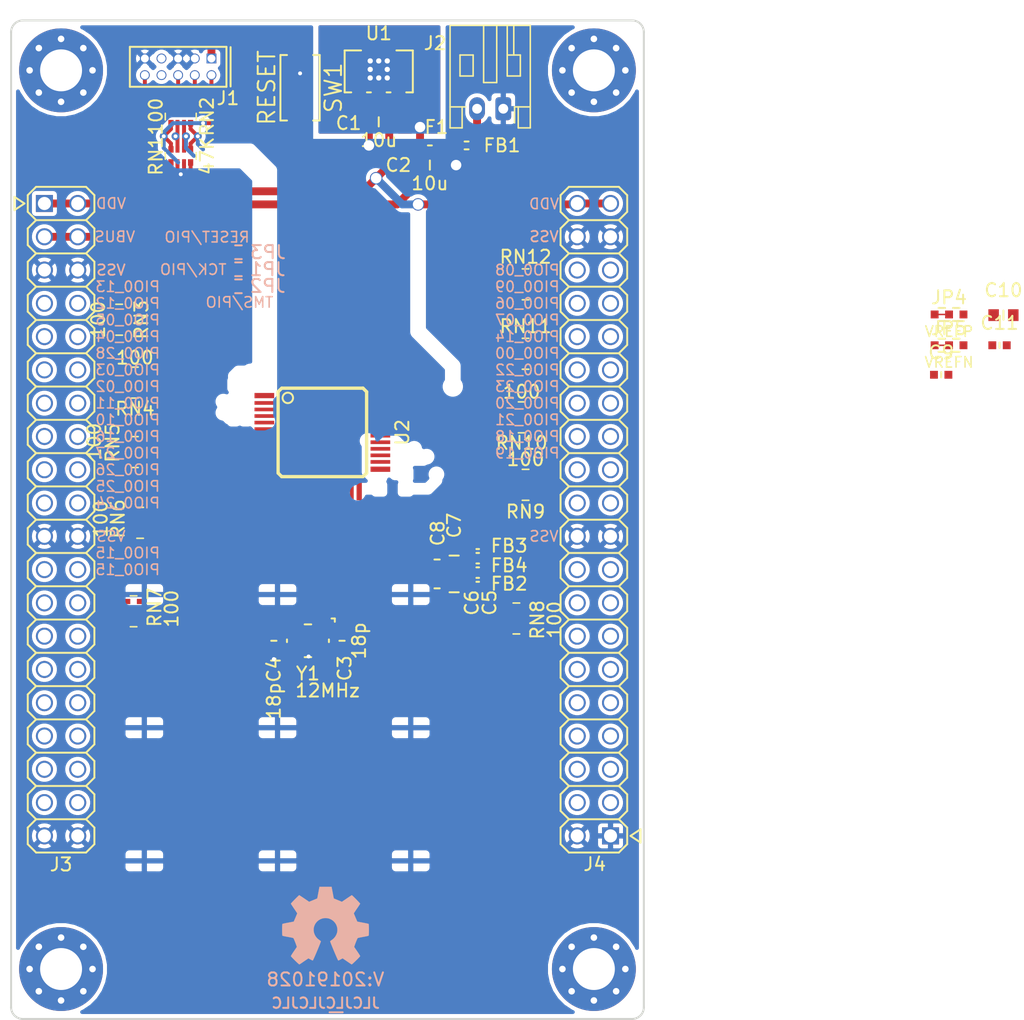
<source format=kicad_pcb>
(kicad_pcb (version 20171130) (host pcbnew 5.1.5-52549c5~84~ubuntu18.04.1)
  (layers (0 F.Cu signal) (31 B.Cu signal) (34 B.Paste user) (35 F.Paste user) (36 B.SilkS user) (37 F.SilkS user) (38 B.Mask user) (39 F.Mask user) (44 Edge.Cuts user))
  (net 0 "")
  (net 1 /VBUS)
  (net 2 "Net-(F1-Pad2)")
  (net 3 "Net-(FB1-Pad2)")
  (net 4 /VDD)
  (net 5 VSS)
  (net 6 /XTAL_IN)
  (net 7 /XTAL_OUT)
  (net 8 "Net-(J1-Pad10)")
  (net 9 "Net-(J1-Pad6)")
  (net 10 "Net-(J1-Pad4)")
  (net 11 "Net-(J1-Pad2)")
  (net 12 /PIO0_11_OUT)
  (net 13 /PIO0_2_OUT)
  (net 14 /PIO0_3_OUT)
  (net 15 /PIO0_4_OUT)
  (net 16 /PIO0_5_OUT)
  (net 17 /PIO0_8_MCU)
  (net 18 /PIO0_9_MCU)
  (net 19 /SWO_TDO)
  (net 20 /PIO0_10_MCU)
  (net 21 /PIO0_10_OUT)
  (net 22 /PIO0_0_OUT)
  (net 23 /PIO0_6_OUT)
  (net 24 /PIO0_7_OUT)
  (net 25 /PIO0_8_OUT)
  (net 26 /PIO0_9_OUT)
  (net 27 /PIO0_1_OUT)
  (net 28 /PIO0_0_MCU)
  (net 29 /VDD_MCU)
  (net 30 /VSSA_MCU)
  (net 31 /VDDA_MCU)
  (net 32 /VREFN_MCU)
  (net 33 /VREFP_MCU)
  (net 34 /PIO1_3_MCU)
  (net 35 /PIO0_10)
  (net 36 /PIO1_3)
  (net 37 /PIO0_0)
  (net 38 /PIO0_4_MCU)
  (net 39 /PIO0_11_MCU)
  (net 40 /PIO0_1_MCU)
  (net 41 /PIO0_6_MCU)
  (net 42 /PIO0_7_MCU)
  (net 43 /PIO3_5_OUT)
  (net 44 /PIO2_9_OUT)
  (net 45 /PIO2_5_OUT)
  (net 46 /PIO2_4_OUT)
  (net 47 /PIO3_4_OUT)
  (net 48 /PIO1_9_OUT)
  (net 49 /PIO2_1_OUT)
  (net 50 /PIO2_8_OUT)
  (net 51 /PIO2_7_OUT)
  (net 52 /PIO1_8_OUT)
  (net 53 /PIO2_0_OUT)
  (net 54 /PIO2_6_OUT)
  (net 55 /PIO2_2_OUT)
  (net 56 /PIO3_3_OUT)
  (net 57 /GPIO_60)
  (net 58 /GPIO_59)
  (net 59 /GPIO_58)
  (net 60 /PIO1_7_OUT)
  (net 61 /PIO1_6_OUT)
  (net 62 /PIO1_5_OUT)
  (net 63 /PIO1_11_OUT)
  (net 64 /PIO1_4_OUT)
  (net 65 /PIO1_3_OUT)
  (net 66 /PIO2_3_OUT)
  (net 67 /PIO3_0_OUT)
  (net 68 /PIO1_2_OUT)
  (net 69 /PIO1_1_OUT)
  (net 70 /PIO1_10_OUT)
  (net 71 /PIO2_6_MCU)
  (net 72 /PIO2_0_MCU)
  (net 73 /PIO1_8_MCU)
  (net 74 /PIO2_7_MCU)
  (net 75 /PIO0_2_MCU)
  (net 76 /PIO2_8_MCU)
  (net 77 /PIO2_1_MCU)
  (net 78 /PIO0_3_MCU)
  (net 79 /PIO0_5_MCU)
  (net 80 /PIO1_9_MCU)
  (net 81 /PIO2_4_MCU)
  (net 82 /PIO3_4_MCU)
  (net 83 /PIO2_5_MCU)
  (net 84 /PIO2_9_MCU)
  (net 85 /PIO3_5_MCU)
  (net 86 /PIO2_2_MCU)
  (net 87 /PIO1_2_MCU)
  (net 88 /PIO1_1_MCU)
  (net 89 /PIO1_10_MCU)
  (net 90 /PIO3_0_MCU)
  (net 91 /PIO2_3_MCU)
  (net 92 /PIO1_4_MCU)
  (net 93 /PIO1_7_MCU)
  (net 94 /PIO1_5_MCU)
  (net 95 /PIO1_6_MCU)
  (net 96 /PIO1_11_MCU)
  (net 97 /PIO3_3_MCU)
  (module Resistor_SMD:R_Array_Convex_4x0402 (layer F.Cu) (at 100.2 81.1)
    (fp_text reference RN12 (at 0 -2.1) (layer F.SilkS))
    (fp_text value 100)
    (pad 5 smd rect (at 0.5 0.75) (size 0.5 0.4) (layers F.Cu F.Paste F.Mask) (net 59 /GPIO_58))
    (pad 6 smd rect (at 0.5 0.25) (size 0.5 0.3) (layers F.Cu F.Paste F.Mask) (net 58 /GPIO_59))
    (pad 8 smd rect (at 0.5 -0.75) (size 0.5 0.4) (layers F.Cu F.Paste F.Mask) (net 56 /PIO3_3_OUT))
    (pad 7 smd rect (at 0.5 -0.25) (size 0.5 0.3) (layers F.Cu F.Paste F.Mask) (net 57 /GPIO_60))
    (pad 4 smd rect (at -0.5 0.75) (size 0.5 0.4) (layers F.Cu F.Paste F.Mask))
    (pad 2 smd rect (at -0.5 -0.25) (size 0.5 0.3) (layers F.Cu F.Paste F.Mask))
    (pad 3 smd rect (at -0.5 0.25) (size 0.5 0.3) (layers F.Cu F.Paste F.Mask))
    (pad 1 smd rect (at -0.5 -0.75) (size 0.5 0.4) (layers F.Cu F.Paste F.Mask) (net 97 /PIO3_3_MCU))
  )
  (module Resistor_SMD:R_Array_Convex_4x0402 (layer F.Cu) (at 100.2 86.4)
    (fp_text reference RN11 (at 0 -2.1) (layer F.SilkS))
    (fp_text value 100)
    (pad 5 smd rect (at 0.5 0.75) (size 0.5 0.4) (layers F.Cu F.Paste F.Mask) (net 60 /PIO1_7_OUT))
    (pad 6 smd rect (at 0.5 0.25) (size 0.5 0.3) (layers F.Cu F.Paste F.Mask) (net 61 /PIO1_6_OUT))
    (pad 8 smd rect (at 0.5 -0.75) (size 0.5 0.4) (layers F.Cu F.Paste F.Mask) (net 63 /PIO1_11_OUT))
    (pad 7 smd rect (at 0.5 -0.25) (size 0.5 0.3) (layers F.Cu F.Paste F.Mask) (net 62 /PIO1_5_OUT))
    (pad 4 smd rect (at -0.5 0.75) (size 0.5 0.4) (layers F.Cu F.Paste F.Mask) (net 93 /PIO1_7_MCU))
    (pad 2 smd rect (at -0.5 -0.25) (size 0.5 0.3) (layers F.Cu F.Paste F.Mask) (net 94 /PIO1_5_MCU))
    (pad 3 smd rect (at -0.5 0.25) (size 0.5 0.3) (layers F.Cu F.Paste F.Mask) (net 95 /PIO1_6_MCU))
    (pad 1 smd rect (at -0.5 -0.75) (size 0.5 0.4) (layers F.Cu F.Paste F.Mask) (net 96 /PIO1_11_MCU))
  )
  (module SquantorIC:SOT313-2-NXP (layer F.Cu) (at 84.7 92.4 270)
    (fp_text reference U2 (at 0 -6.1 90) (layer F.SilkS))
    (fp_text value LPC1125JBD48_303)
    (pad 48 smd rect (at -4.425 2.81 270) (size 1.5 0.4) (layers F.Cu F.Paste F.Mask) (net 97 /PIO3_3_MCU))
    (pad 47 smd rect (at -4.425 2.25 270) (size 1.5 0.28) (layers F.Cu F.Paste F.Mask) (net 93 /PIO1_7_MCU))
    (pad 46 smd rect (at -4.425 1.75 270) (size 1.5 0.28) (layers F.Cu F.Paste F.Mask) (net 95 /PIO1_6_MCU))
    (pad 45 smd rect (at -4.425 1.25 270) (size 1.5 0.28) (layers F.Cu F.Paste F.Mask) (net 94 /PIO1_5_MCU))
    (pad 44 smd rect (at -4.425 0.75 270) (size 1.5 0.28) (layers F.Cu F.Paste F.Mask) (net 29 /VDD_MCU))
    (pad 43 smd rect (at -4.425 0.25 270) (size 1.5 0.28) (layers F.Cu F.Paste F.Mask) (net 31 /VDDA_MCU))
    (pad 42 smd rect (at -4.425 -0.25 270) (size 1.5 0.28) (layers F.Cu F.Paste F.Mask) (net 96 /PIO1_11_MCU))
    (pad 41 smd rect (at -4.425 -0.75 270) (size 1.5 0.28) (layers F.Cu F.Paste F.Mask) (net 5 VSS))
    (pad 40 smd rect (at -4.425 -1.25 270) (size 1.5 0.28) (layers F.Cu F.Paste F.Mask) (net 30 /VSSA_MCU))
    (pad 39 smd rect (at -4.425 -1.75 270) (size 1.5 0.28) (layers F.Cu F.Paste F.Mask) (net 92 /PIO1_4_MCU))
    (pad 38 smd rect (at -4.425 -2.25 270) (size 1.5 0.28) (layers F.Cu F.Paste F.Mask) (net 34 /PIO1_3_MCU))
    (pad 37 smd rect (at -4.425 -2.81 270) (size 1.5 0.4) (layers F.Cu F.Paste F.Mask) (net 91 /PIO2_3_MCU))
    (pad 36 smd rect (at -2.81 -4.425 270) (size 0.4 1.5) (layers F.Cu F.Paste F.Mask) (net 90 /PIO3_0_MCU))
    (pad 35 smd rect (at -2.25 -4.425 270) (size 0.28 1.5) (layers F.Cu F.Paste F.Mask) (net 87 /PIO1_2_MCU))
    (pad 34 smd rect (at -1.75 -4.425 270) (size 0.28 1.5) (layers F.Cu F.Paste F.Mask) (net 32 /VREFN_MCU))
    (pad 33 smd rect (at -1.25 -4.425 270) (size 0.28 1.5) (layers F.Cu F.Paste F.Mask) (net 33 /VREFP_MCU))
    (pad 32 smd rect (at -0.75 -4.425 270) (size 0.28 1.5) (layers F.Cu F.Paste F.Mask) (net 88 /PIO1_1_MCU))
    (pad 31 smd rect (at -0.25 -4.425 270) (size 0.28 1.5) (layers F.Cu F.Paste F.Mask))
    (pad 30 smd rect (at 0.25 -4.425 270) (size 0.28 1.5) (layers F.Cu F.Paste F.Mask) (net 39 /PIO0_11_MCU))
    (pad 29 smd rect (at 0.75 -4.425 270) (size 0.28 1.5) (layers F.Cu F.Paste F.Mask) (net 89 /PIO1_10_MCU))
    (pad 28 smd rect (at 1.25 -4.425 270) (size 0.28 1.5) (layers F.Cu F.Paste F.Mask) (net 20 /PIO0_10_MCU))
    (pad 27 smd rect (at 1.75 -4.425 270) (size 0.28 1.5) (layers F.Cu F.Paste F.Mask) (net 18 /PIO0_9_MCU))
    (pad 26 smd rect (at 2.25 -4.425 270) (size 0.28 1.5) (layers F.Cu F.Paste F.Mask) (net 17 /PIO0_8_MCU))
    (pad 25 smd rect (at 2.81 -4.425 270) (size 0.4 1.5) (layers F.Cu F.Paste F.Mask) (net 86 /PIO2_2_MCU))
    (pad 24 smd rect (at 4.425 -2.81 270) (size 1.5 0.4) (layers F.Cu F.Paste F.Mask) (net 84 /PIO2_9_MCU))
    (pad 23 smd rect (at 4.425 -2.25 270) (size 1.5 0.28) (layers F.Cu F.Paste F.Mask) (net 42 /PIO0_7_MCU))
    (pad 22 smd rect (at 4.425 -1.75 270) (size 1.5 0.28) (layers F.Cu F.Paste F.Mask) (net 41 /PIO0_6_MCU))
    (pad 21 smd rect (at 4.425 -1.25 270) (size 1.5 0.28) (layers F.Cu F.Paste F.Mask) (net 85 /PIO3_5_MCU))
    (pad 20 smd rect (at 4.425 -0.75 270) (size 1.5 0.28) (layers F.Cu F.Paste F.Mask) (net 83 /PIO2_5_MCU))
    (pad 19 smd rect (at 4.425 -0.25 270) (size 1.5 0.28) (layers F.Cu F.Paste F.Mask) (net 81 /PIO2_4_MCU))
    (pad 18 smd rect (at 4.425 0.25 270) (size 1.5 0.28) (layers F.Cu F.Paste F.Mask) (net 82 /PIO3_4_MCU))
    (pad 17 smd rect (at 4.425 0.75 270) (size 1.5 0.28) (layers F.Cu F.Paste F.Mask) (net 80 /PIO1_9_MCU))
    (pad 16 smd rect (at 4.425 1.25 270) (size 1.5 0.28) (layers F.Cu F.Paste F.Mask) (net 79 /PIO0_5_MCU))
    (pad 15 smd rect (at 4.425 1.75 270) (size 1.5 0.28) (layers F.Cu F.Paste F.Mask) (net 38 /PIO0_4_MCU))
    (pad 14 smd rect (at 4.425 2.25 270) (size 1.5 0.28) (layers F.Cu F.Paste F.Mask) (net 78 /PIO0_3_MCU))
    (pad 13 smd rect (at 4.425 2.81 270) (size 1.5 0.4) (layers F.Cu F.Paste F.Mask) (net 77 /PIO2_1_MCU))
    (pad 12 smd rect (at 2.81 4.425 270) (size 0.4 1.5) (layers F.Cu F.Paste F.Mask) (net 76 /PIO2_8_MCU))
    (pad 11 smd rect (at 2.25 4.425 270) (size 0.28 1.5) (layers F.Cu F.Paste F.Mask) (net 74 /PIO2_7_MCU))
    (pad 10 smd rect (at 1.75 4.425 270) (size 0.28 1.5) (layers F.Cu F.Paste F.Mask) (net 75 /PIO0_2_MCU))
    (pad 9 smd rect (at 1.25 4.425 270) (size 0.28 1.5) (layers F.Cu F.Paste F.Mask) (net 73 /PIO1_8_MCU))
    (pad 8 smd rect (at 0.75 4.425 270) (size 0.28 1.5) (layers F.Cu F.Paste F.Mask) (net 29 /VDD_MCU))
    (pad 7 smd rect (at 0.25 4.425 270) (size 0.28 1.5) (layers F.Cu F.Paste F.Mask) (net 7 /XTAL_OUT))
    (pad 6 smd rect (at -0.25 4.425 270) (size 0.28 1.5) (layers F.Cu F.Paste F.Mask) (net 6 /XTAL_IN))
    (pad 5 smd rect (at -0.75 4.425 270) (size 0.28 1.5) (layers F.Cu F.Paste F.Mask) (net 5 VSS))
    (pad 4 smd rect (at -1.25 4.425 270) (size 0.28 1.5) (layers F.Cu F.Paste F.Mask) (net 40 /PIO0_1_MCU))
    (pad 3 smd rect (at -1.75 4.425 270) (size 0.28 1.5) (layers F.Cu F.Paste F.Mask) (net 28 /PIO0_0_MCU))
    (pad 2 smd rect (at -2.25 4.425 270) (size 0.28 1.5) (layers F.Cu F.Paste F.Mask) (net 72 /PIO2_0_MCU))
    (pad 1 smd rect (at -2.81 4.425 270) (size 0.4 1.5) (layers F.Cu F.Paste F.Mask) (net 71 /PIO2_6_MCU))
  )
  (module SquantorSpecial:solder_jumper_3way_12conn (layer F.Cu) (at 132.5 85.75)
    (fp_text reference JP5 (at 0 -1.3) (layer F.SilkS))
    (fp_text value VREFN (at 0 1.3) (layer F.SilkS) (effects (font (size 0.8 0.8) (thickness 0.12))))
    (fp_poly (pts (xy -0.8 -0.05) (xy -0.3 -0.05) (xy -0.3 0.05) (xy -0.8 0.05)) (layer F.Cu) (width 0.01))
    (pad 3 smd rect (at 1.1 0) (size 0.6 0.6) (layers F.Cu F.Mask))
    (pad 2 smd rect (at 0 0) (size 0.6 0.6) (layers F.Cu F.Mask) (net 32 /VREFN_MCU))
    (pad 1 smd rect (at -1.1 0) (size 0.6 0.6) (layers F.Cu F.Mask) (net 30 /VSSA_MCU))
  )
  (module SquantorSpecial:solder_jumper_3way_12conn (layer F.Cu) (at 132.5 83.4)
    (fp_text reference JP4 (at 0 -1.3) (layer F.SilkS))
    (fp_text value VREFP (at 0 1.3) (layer F.SilkS) (effects (font (size 0.8 0.8) (thickness 0.12))))
    (fp_poly (pts (xy -0.8 -0.05) (xy -0.3 -0.05) (xy -0.3 0.05) (xy -0.8 0.05)) (layer F.Cu) (width 0.01))
    (pad 3 smd rect (at 1.1 0) (size 0.6 0.6) (layers F.Cu F.Mask))
    (pad 2 smd rect (at 0 0) (size 0.6 0.6) (layers F.Cu F.Mask) (net 33 /VREFP_MCU))
    (pad 1 smd rect (at -1.1 0) (size 0.6 0.6) (layers F.Cu F.Mask) (net 31 /VDDA_MCU))
  )
  (module SquantorRcl:C_0402 (layer F.Cu) (at 136.35 85.75)
    (fp_text reference C11 (at 0 -1.7) (layer F.SilkS))
    (fp_text value 1u)
    (pad 2 smd rect (at 0.55 0) (size 0.6 0.6) (layers F.Cu F.Paste F.Mask) (net 32 /VREFN_MCU))
    (pad 1 smd rect (at -0.55 0) (size 0.6 0.6) (layers F.Cu F.Paste F.Mask) (net 33 /VREFP_MCU))
  )
  (module SquantorRcl:C_0603 (layer F.Cu) (at 136.65 83.45)
    (fp_text reference C10 (at 0 -1.9) (layer F.SilkS))
    (fp_text value 10u)
    (pad 2 smd rect (at 0.75 0) (size 0.8 0.9) (layers F.Cu F.Paste F.Mask) (net 32 /VREFN_MCU))
    (pad 1 smd rect (at -0.75 0) (size 0.8 0.9) (layers F.Cu F.Paste F.Mask) (net 33 /VREFP_MCU))
  )
  (module SquantorRcl:C_0402 (layer F.Cu) (at 131.9 88)
    (fp_text reference C9 (at 0 -1.7) (layer F.SilkS))
    (fp_text value 1u)
    (pad 2 smd rect (at 0.55 0) (size 0.6 0.6) (layers F.Cu F.Paste F.Mask) (net 5 VSS))
    (pad 1 smd rect (at -0.55 0) (size 0.6 0.6) (layers F.Cu F.Paste F.Mask) (net 29 /VDD_MCU))
  )
  (module SquantorConnectorsNamed:nuclone_medium_right (layer F.Cu) (at 105.41 99.06 90)
    (fp_text reference J4 (at -26.29 0.065 180) (layer F.SilkS))
    (fp_text value nuclone_small_right)
    (fp_text user VSS (at 21.6 -3.8 180) (layer B.SilkS) (effects (font (size 0.8 0.8) (thickness 0.12)) (justify mirror)))
    (fp_text user VSS (at -1.27 -3.81 180) (layer B.SilkS) (effects (font (size 0.8 0.8) (thickness 0.12)) (justify mirror)))
    (fp_text user PIO0_00 (at 12.7 -5.08 180) (layer B.SilkS) (effects (font (size 0.8 0.8) (thickness 0.12)) (justify mirror)))
    (fp_text user PIO0_23 (at 10.16 -5.08 180) (layer B.SilkS) (effects (font (size 0.8 0.8) (thickness 0.12)) (justify mirror)))
    (fp_text user PIO0_21 (at 7.62 -5.08 180) (layer B.SilkS) (effects (font (size 0.8 0.8) (thickness 0.12)) (justify mirror)))
    (fp_text user PIO0_09 (at 17.78 -5.08 180) (layer B.SilkS) (effects (font (size 0.8 0.8) (thickness 0.12)) (justify mirror)))
    (fp_text user PIO0_07 (at 15.24 -5.08 180) (layer B.SilkS) (effects (font (size 0.8 0.8) (thickness 0.12)) (justify mirror)))
    (fp_text user PIO0_19 (at 5.08 -5.08 180) (layer B.SilkS) (effects (font (size 0.8 0.8) (thickness 0.12)) (justify mirror)))
    (fp_text user VDD (at 24.1 -3.8 180) (layer B.SilkS) (effects (font (size 0.8 0.8) (thickness 0.12)) (justify mirror)))
    (fp_text user PIO0_08 (at 19.05 -5.08 180) (layer B.SilkS) (effects (font (size 0.8 0.8) (thickness 0.12)) (justify mirror)))
    (fp_text user PIO0_06 (at 16.51 -5.08 180) (layer B.SilkS) (effects (font (size 0.8 0.8) (thickness 0.12)) (justify mirror)))
    (fp_text user PIO0_14 (at 13.97 -5.08 180) (layer B.SilkS) (effects (font (size 0.8 0.8) (thickness 0.12)) (justify mirror)))
    (fp_text user PIO0_22 (at 11.43 -5.08 180) (layer B.SilkS) (effects (font (size 0.8 0.8) (thickness 0.12)) (justify mirror)))
    (fp_text user PIO0_20 (at 8.89 -5.08 180) (layer B.SilkS) (effects (font (size 0.8 0.8) (thickness 0.12)) (justify mirror)))
    (fp_text user PIO0_18 (at 6.35 -5.08 180) (layer B.SilkS) (effects (font (size 0.8 0.8) (thickness 0.12)) (justify mirror)))
    (fp_text user VSS (at 21.6 -3.8 180) (layer B.SilkS) (effects (font (size 0.8 0.8) (thickness 0.12)) (justify mirror)))
    (pad 5 thru_hole circle (at -19.05 1.27 90) (size 1.3 1.3) (drill 1) (layers *.Cu *.Mask))
    (pad 4 thru_hole circle (at -21.59 -1.27 90) (size 1.3 1.3) (drill 1) (layers *.Cu *.Mask))
    (pad 3 thru_hole circle (at -21.59 1.27 90) (size 1.3 1.3) (drill 1) (layers *.Cu *.Mask))
    (pad 2 thru_hole circle (at -24.13 -1.27 90) (size 1.3 1.3) (drill 1) (layers *.Cu *.Mask) (net 5 VSS))
    (pad 1 thru_hole rect (at -24.13 1.27 90) (size 1.3 1.3) (drill 1) (layers *.Cu *.Mask) (net 5 VSS))
    (pad 14 thru_hole circle (at -8.89 -1.27 90) (size 1.3 1.3) (drill 1) (layers *.Cu *.Mask))
    (pad 13 thru_hole circle (at -8.89 1.27 90) (size 1.3 1.3) (drill 1) (layers *.Cu *.Mask))
    (pad 12 thru_hole circle (at -11.43 -1.27 90) (size 1.3 1.3) (drill 1) (layers *.Cu *.Mask))
    (pad 11 thru_hole circle (at -11.43 1.27 90) (size 1.3 1.3) (drill 1) (layers *.Cu *.Mask))
    (pad 10 thru_hole circle (at -13.97 -1.27 90) (size 1.3 1.3) (drill 1) (layers *.Cu *.Mask))
    (pad 9 thru_hole circle (at -13.97 1.27 90) (size 1.3 1.3) (drill 1) (layers *.Cu *.Mask))
    (pad 8 thru_hole circle (at -16.51 -1.27 90) (size 1.3 1.3) (drill 1) (layers *.Cu *.Mask))
    (pad 7 thru_hole circle (at -16.51 1.27 90) (size 1.3 1.3) (drill 1) (layers *.Cu *.Mask))
    (pad 6 thru_hole circle (at -19.05 -1.27 90) (size 1.3 1.3) (drill 1) (layers *.Cu *.Mask))
    (pad 20 thru_hole circle (at -1.27 -1.27 90) (size 1.3 1.3) (drill 1) (layers *.Cu *.Mask) (net 5 VSS))
    (pad 19 thru_hole circle (at -1.27 1.27 90) (size 1.3 1.3) (drill 1) (layers *.Cu *.Mask) (net 5 VSS))
    (pad 18 thru_hole circle (at -3.81 -1.27 90) (size 1.3 1.3) (drill 1) (layers *.Cu *.Mask) (net 21 /PIO0_10_OUT))
    (pad 17 thru_hole circle (at -3.81 1.27 90) (size 1.3 1.3) (drill 1) (layers *.Cu *.Mask) (net 26 /PIO0_9_OUT))
    (pad 16 thru_hole circle (at -6.35 -1.27 90) (size 1.3 1.3) (drill 1) (layers *.Cu *.Mask) (net 25 /PIO0_8_OUT))
    (pad 15 thru_hole circle (at -6.35 1.27 90) (size 1.3 1.3) (drill 1) (layers *.Cu *.Mask) (net 55 /PIO2_2_OUT))
    (pad 40 thru_hole circle (at 24.13 -1.27 90) (size 1.3 1.3) (drill 1) (layers *.Cu *.Mask) (net 4 /VDD))
    (pad 39 thru_hole circle (at 24.13 1.27 90) (size 1.3 1.3) (drill 1) (layers *.Cu *.Mask) (net 4 /VDD))
    (pad 38 thru_hole circle (at 21.59 -1.27 90) (size 1.3 1.3) (drill 1) (layers *.Cu *.Mask) (net 5 VSS))
    (pad 37 thru_hole circle (at 21.59 1.27 90) (size 1.3 1.3) (drill 1) (layers *.Cu *.Mask) (net 5 VSS))
    (pad 36 thru_hole circle (at 19.05 -1.27 90) (size 1.3 1.3) (drill 1) (layers *.Cu *.Mask) (net 56 /PIO3_3_OUT))
    (pad 35 thru_hole circle (at 19.05 1.27 90) (size 1.3 1.3) (drill 1) (layers *.Cu *.Mask) (net 57 /GPIO_60))
    (pad 34 thru_hole circle (at 16.51 -1.27 90) (size 1.3 1.3) (drill 1) (layers *.Cu *.Mask) (net 58 /GPIO_59))
    (pad 33 thru_hole circle (at 16.51 1.27 90) (size 1.3 1.3) (drill 1) (layers *.Cu *.Mask) (net 59 /GPIO_58))
    (pad 32 thru_hole circle (at 13.97 -1.27 90) (size 1.3 1.3) (drill 1) (layers *.Cu *.Mask) (net 60 /PIO1_7_OUT))
    (pad 31 thru_hole circle (at 13.97 1.27 90) (size 1.3 1.3) (drill 1) (layers *.Cu *.Mask) (net 61 /PIO1_6_OUT))
    (pad 30 thru_hole circle (at 11.43 -1.27 90) (size 1.3 1.3) (drill 1) (layers *.Cu *.Mask) (net 62 /PIO1_5_OUT))
    (pad 29 thru_hole circle (at 11.43 1.27 90) (size 1.3 1.3) (drill 1) (layers *.Cu *.Mask) (net 63 /PIO1_11_OUT))
    (pad 28 thru_hole circle (at 8.89 -1.27 90) (size 1.3 1.3) (drill 1) (layers *.Cu *.Mask) (net 64 /PIO1_4_OUT))
    (pad 27 thru_hole circle (at 8.89 1.27 90) (size 1.3 1.3) (drill 1) (layers *.Cu *.Mask) (net 65 /PIO1_3_OUT))
    (pad 26 thru_hole circle (at 6.35 -1.27 90) (size 1.3 1.3) (drill 1) (layers *.Cu *.Mask) (net 66 /PIO2_3_OUT))
    (pad 25 thru_hole circle (at 6.35 1.27 90) (size 1.3 1.3) (drill 1) (layers *.Cu *.Mask) (net 67 /PIO3_0_OUT))
    (pad 24 thru_hole circle (at 3.81 -1.27 90) (size 1.3 1.3) (drill 1) (layers *.Cu *.Mask) (net 68 /PIO1_2_OUT))
    (pad 23 thru_hole circle (at 3.81 1.27 90) (size 1.3 1.3) (drill 1) (layers *.Cu *.Mask) (net 69 /PIO1_1_OUT))
    (pad 22 thru_hole circle (at 1.27 -1.27 90) (size 1.3 1.3) (drill 1) (layers *.Cu *.Mask) (net 12 /PIO0_11_OUT))
    (pad 21 thru_hole circle (at 1.27 1.27 90) (size 1.3 1.3) (drill 1) (layers *.Cu *.Mask) (net 70 /PIO1_10_OUT))
  )
  (module SquantorConnectorsNamed:nuclone_medium_left (layer F.Cu) (at 64.77 99.06 270)
    (fp_text reference J3 (at 26.315 -0.005 180) (layer F.SilkS))
    (fp_text value nuclone_small_left)
    (fp_text user VSS (at -19.05 -3.81) (layer B.SilkS) (effects (font (size 0.8 0.8) (thickness 0.12)) (justify mirror)))
    (fp_text user VSS (at 1.27 -3.81) (layer B.SilkS) (effects (font (size 0.8 0.8) (thickness 0.12)) (justify mirror)))
    (fp_text user PIO0_15 (at 3.82 -5.08) (layer B.SilkS) (effects (font (size 0.8 0.8) (thickness 0.12)) (justify mirror)))
    (fp_text user PIO0_15 (at 2.54 -5.08) (layer B.SilkS) (effects (font (size 0.8 0.8) (thickness 0.12)) (justify mirror)))
    (fp_text user VBUS (at -21.59 -4.1) (layer B.SilkS) (effects (font (size 0.8 0.8) (thickness 0.12)) (justify mirror)))
    (fp_text user VDD (at -24.13 -3.81) (layer B.SilkS) (effects (font (size 0.8 0.8) (thickness 0.12)) (justify mirror)))
    (fp_text user PIO0_25 (at -2.54 -5.08) (layer B.SilkS) (effects (font (size 0.8 0.8) (thickness 0.12)) (justify mirror)))
    (fp_text user PIO0_27 (at -5.08 -5.08) (layer B.SilkS) (effects (font (size 0.8 0.8) (thickness 0.12)) (justify mirror)))
    (fp_text user PIO0_10 (at -7.62 -5.08) (layer B.SilkS) (effects (font (size 0.8 0.8) (thickness 0.12)) (justify mirror)))
    (fp_text user PIO0_02 (at -10.16 -5.08) (layer B.SilkS) (effects (font (size 0.8 0.8) (thickness 0.12)) (justify mirror)))
    (fp_text user PIO0_28 (at -12.7 -5.08) (layer B.SilkS) (effects (font (size 0.8 0.8) (thickness 0.12)) (justify mirror)))
    (fp_text user PIO0_24 (at -1.27 -5.08) (layer B.SilkS) (effects (font (size 0.8 0.8) (thickness 0.12)) (justify mirror)))
    (fp_text user PIO0_26 (at -3.81 -5.08) (layer B.SilkS) (effects (font (size 0.8 0.8) (thickness 0.12)) (justify mirror)))
    (fp_text user PIO0_16 (at -6.35 -5.08) (layer B.SilkS) (effects (font (size 0.8 0.8) (thickness 0.12)) (justify mirror)))
    (fp_text user PIO0_11 (at -8.89 -5.08) (layer B.SilkS) (effects (font (size 0.8 0.8) (thickness 0.12)) (justify mirror)))
    (fp_text user PIO0_03 (at -11.43 -5.08) (layer B.SilkS) (effects (font (size 0.8 0.8) (thickness 0.12)) (justify mirror)))
    (fp_text user PIO0_04 (at -13.97 -5.08) (layer B.SilkS) (effects (font (size 0.8 0.8) (thickness 0.12)) (justify mirror)))
    (fp_text user PIO0_05 (at -15.24 -5.08) (layer B.SilkS) (effects (font (size 0.8 0.8) (thickness 0.12)) (justify mirror)))
    (fp_text user PIO0_12 (at -16.51 -5.08) (layer B.SilkS) (effects (font (size 0.8 0.8) (thickness 0.12)) (justify mirror)))
    (fp_text user PIO0_13 (at -17.78 -5.08) (layer B.SilkS) (effects (font (size 0.8 0.8) (thickness 0.12)) (justify mirror)))
    (fp_text user VSS (at -19.05 -3.81) (layer B.SilkS) (effects (font (size 0.8 0.8) (thickness 0.12)) (justify mirror)))
    (pad 37 thru_hole circle (at 21.59 1.27 270) (size 1.3 1.3) (drill 1) (layers *.Cu *.Mask))
    (pad 29 thru_hole circle (at 11.43 1.27 270) (size 1.3 1.3) (drill 1) (layers *.Cu *.Mask))
    (pad 32 thru_hole circle (at 13.97 -1.27 270) (size 1.3 1.3) (drill 1) (layers *.Cu *.Mask))
    (pad 40 thru_hole circle (at 24.13 -1.27 270) (size 1.3 1.3) (drill 1) (layers *.Cu *.Mask) (net 5 VSS))
    (pad 36 thru_hole circle (at 19.05 -1.27 270) (size 1.3 1.3) (drill 1) (layers *.Cu *.Mask))
    (pad 38 thru_hole circle (at 21.59 -1.27 270) (size 1.3 1.3) (drill 1) (layers *.Cu *.Mask))
    (pad 25 thru_hole circle (at 6.35 1.27 270) (size 1.3 1.3) (drill 1) (layers *.Cu *.Mask) (net 43 /PIO3_5_OUT))
    (pad 30 thru_hole circle (at 11.43 -1.27 270) (size 1.3 1.3) (drill 1) (layers *.Cu *.Mask))
    (pad 28 thru_hole circle (at 8.89 -1.27 270) (size 1.3 1.3) (drill 1) (layers *.Cu *.Mask) (net 44 /PIO2_9_OUT))
    (pad 26 thru_hole circle (at 6.35 -1.27 270) (size 1.3 1.3) (drill 1) (layers *.Cu *.Mask) (net 23 /PIO0_6_OUT))
    (pad 27 thru_hole circle (at 8.89 1.27 270) (size 1.3 1.3) (drill 1) (layers *.Cu *.Mask) (net 24 /PIO0_7_OUT))
    (pad 24 thru_hole circle (at 3.81 -1.27 270) (size 1.3 1.3) (drill 1) (layers *.Cu *.Mask) (net 45 /PIO2_5_OUT))
    (pad 39 thru_hole circle (at 24.13 1.27 270) (size 1.3 1.3) (drill 1) (layers *.Cu *.Mask) (net 5 VSS))
    (pad 21 thru_hole circle (at 1.27 1.27 270) (size 1.3 1.3) (drill 1) (layers *.Cu *.Mask) (net 5 VSS))
    (pad 23 thru_hole circle (at 3.81 1.27 270) (size 1.3 1.3) (drill 1) (layers *.Cu *.Mask) (net 46 /PIO2_4_OUT))
    (pad 31 thru_hole circle (at 13.97 1.27 270) (size 1.3 1.3) (drill 1) (layers *.Cu *.Mask))
    (pad 33 thru_hole circle (at 16.51 1.27 270) (size 1.3 1.3) (drill 1) (layers *.Cu *.Mask))
    (pad 34 thru_hole circle (at 16.51 -1.27 270) (size 1.3 1.3) (drill 1) (layers *.Cu *.Mask))
    (pad 35 thru_hole circle (at 19.05 1.27 270) (size 1.3 1.3) (drill 1) (layers *.Cu *.Mask))
    (pad 22 thru_hole circle (at 1.27 -1.27 270) (size 1.3 1.3) (drill 1) (layers *.Cu *.Mask) (net 5 VSS))
    (pad 20 thru_hole circle (at -1.27 -1.27 270) (size 1.3 1.3) (drill 1) (layers *.Cu *.Mask) (net 47 /PIO3_4_OUT))
    (pad 19 thru_hole circle (at -1.27 1.27 270) (size 1.3 1.3) (drill 1) (layers *.Cu *.Mask) (net 48 /PIO1_9_OUT))
    (pad 18 thru_hole circle (at -3.81 -1.27 270) (size 1.3 1.3) (drill 1) (layers *.Cu *.Mask) (net 16 /PIO0_5_OUT))
    (pad 17 thru_hole circle (at -3.81 1.27 270) (size 1.3 1.3) (drill 1) (layers *.Cu *.Mask) (net 15 /PIO0_4_OUT))
    (pad 16 thru_hole circle (at -6.35 -1.27 270) (size 1.3 1.3) (drill 1) (layers *.Cu *.Mask) (net 14 /PIO0_3_OUT))
    (pad 15 thru_hole circle (at -6.35 1.27 270) (size 1.3 1.3) (drill 1) (layers *.Cu *.Mask) (net 49 /PIO2_1_OUT))
    (pad 14 thru_hole circle (at -8.89 -1.27 270) (size 1.3 1.3) (drill 1) (layers *.Cu *.Mask) (net 50 /PIO2_8_OUT))
    (pad 13 thru_hole circle (at -8.89 1.27 270) (size 1.3 1.3) (drill 1) (layers *.Cu *.Mask) (net 51 /PIO2_7_OUT))
    (pad 12 thru_hole circle (at -11.43 -1.27 270) (size 1.3 1.3) (drill 1) (layers *.Cu *.Mask) (net 13 /PIO0_2_OUT))
    (pad 11 thru_hole circle (at -11.43 1.27 270) (size 1.3 1.3) (drill 1) (layers *.Cu *.Mask) (net 52 /PIO1_8_OUT))
    (pad 10 thru_hole circle (at -13.97 -1.27 270) (size 1.3 1.3) (drill 1) (layers *.Cu *.Mask) (net 27 /PIO0_1_OUT))
    (pad 9 thru_hole circle (at -13.97 1.27 270) (size 1.3 1.3) (drill 1) (layers *.Cu *.Mask) (net 22 /PIO0_0_OUT))
    (pad 8 thru_hole circle (at -16.51 -1.27 270) (size 1.3 1.3) (drill 1) (layers *.Cu *.Mask) (net 53 /PIO2_0_OUT))
    (pad 7 thru_hole circle (at -16.51 1.27 270) (size 1.3 1.3) (drill 1) (layers *.Cu *.Mask) (net 54 /PIO2_6_OUT))
    (pad 6 thru_hole circle (at -19.05 -1.27 270) (size 1.3 1.3) (drill 1) (layers *.Cu *.Mask) (net 5 VSS))
    (pad 5 thru_hole circle (at -19.05 1.27 270) (size 1.3 1.3) (drill 1) (layers *.Cu *.Mask) (net 5 VSS))
    (pad 4 thru_hole circle (at -21.59 -1.27 270) (size 1.3 1.3) (drill 1) (layers *.Cu *.Mask) (net 1 /VBUS))
    (pad 3 thru_hole circle (at -21.59 1.27 270) (size 1.3 1.3) (drill 1) (layers *.Cu *.Mask) (net 1 /VBUS))
    (pad 2 thru_hole circle (at -24.13 -1.27 270) (size 1.3 1.3) (drill 1) (layers *.Cu *.Mask) (net 4 /VDD))
    (pad 1 thru_hole rect (at -24.13 1.27 270) (size 1.3 1.3) (drill 1) (layers *.Cu *.Mask) (net 4 /VDD))
  )
  (module Resistor_SMD:R_Array_Convex_4x0402 (layer F.Cu) (at 99.9 91.25)
    (fp_text reference RN10 (at 0 1.95) (layer F.SilkS))
    (fp_text value 100 (at 0 -1.95 180) (layer F.SilkS))
    (pad 1 smd rect (at -0.5 -0.75) (size 0.5 0.4) (layers F.Cu F.Paste F.Mask) (net 90 /PIO3_0_MCU))
    (pad 3 smd rect (at -0.5 0.25) (size 0.5 0.3) (layers F.Cu F.Paste F.Mask) (net 36 /PIO1_3))
    (pad 2 smd rect (at -0.5 -0.25) (size 0.5 0.3) (layers F.Cu F.Paste F.Mask) (net 91 /PIO2_3_MCU))
    (pad 4 smd rect (at -0.5 0.75) (size 0.5 0.4) (layers F.Cu F.Paste F.Mask) (net 92 /PIO1_4_MCU))
    (pad 7 smd rect (at 0.5 -0.25) (size 0.5 0.3) (layers F.Cu F.Paste F.Mask) (net 66 /PIO2_3_OUT))
    (pad 8 smd rect (at 0.5 -0.75) (size 0.5 0.4) (layers F.Cu F.Paste F.Mask) (net 67 /PIO3_0_OUT))
    (pad 6 smd rect (at 0.5 0.25) (size 0.5 0.3) (layers F.Cu F.Paste F.Mask) (net 65 /PIO1_3_OUT))
    (pad 5 smd rect (at 0.5 0.75) (size 0.5 0.4) (layers F.Cu F.Paste F.Mask) (net 64 /PIO1_4_OUT))
  )
  (module Resistor_SMD:R_Array_Convex_4x0402 (layer F.Cu) (at 100.2 96.4)
    (fp_text reference RN9 (at 0 2.05) (layer F.SilkS))
    (fp_text value 100 (at 0 -1.95 180) (layer F.SilkS))
    (pad 5 smd rect (at 0.5 0.75) (size 0.5 0.4) (layers F.Cu F.Paste F.Mask) (net 68 /PIO1_2_OUT))
    (pad 6 smd rect (at 0.5 0.25) (size 0.5 0.3) (layers F.Cu F.Paste F.Mask) (net 69 /PIO1_1_OUT))
    (pad 8 smd rect (at 0.5 -0.75) (size 0.5 0.4) (layers F.Cu F.Paste F.Mask) (net 70 /PIO1_10_OUT))
    (pad 7 smd rect (at 0.5 -0.25) (size 0.5 0.3) (layers F.Cu F.Paste F.Mask) (net 12 /PIO0_11_OUT))
    (pad 4 smd rect (at -0.5 0.75) (size 0.5 0.4) (layers F.Cu F.Paste F.Mask) (net 87 /PIO1_2_MCU))
    (pad 2 smd rect (at -0.5 -0.25) (size 0.5 0.3) (layers F.Cu F.Paste F.Mask) (net 39 /PIO0_11_MCU))
    (pad 3 smd rect (at -0.5 0.25) (size 0.5 0.3) (layers F.Cu F.Paste F.Mask) (net 88 /PIO1_1_MCU))
    (pad 1 smd rect (at -0.5 -0.75) (size 0.5 0.4) (layers F.Cu F.Paste F.Mask) (net 89 /PIO1_10_MCU))
  )
  (module Resistor_SMD:R_Array_Convex_4x0402 (layer F.Cu) (at 99.5 106.6)
    (fp_text reference RN8 (at 1.6 0.1 270) (layer F.SilkS))
    (fp_text value 100 (at 2.9 0.1 90) (layer F.SilkS))
    (pad 5 smd rect (at 0.5 0.75) (size 0.5 0.4) (layers F.Cu F.Paste F.Mask) (net 21 /PIO0_10_OUT))
    (pad 6 smd rect (at 0.5 0.25) (size 0.5 0.3) (layers F.Cu F.Paste F.Mask) (net 26 /PIO0_9_OUT))
    (pad 8 smd rect (at 0.5 -0.75) (size 0.5 0.4) (layers F.Cu F.Paste F.Mask) (net 55 /PIO2_2_OUT))
    (pad 7 smd rect (at 0.5 -0.25) (size 0.5 0.3) (layers F.Cu F.Paste F.Mask) (net 25 /PIO0_8_OUT))
    (pad 4 smd rect (at -0.5 0.75) (size 0.5 0.4) (layers F.Cu F.Paste F.Mask) (net 35 /PIO0_10))
    (pad 2 smd rect (at -0.5 -0.25) (size 0.5 0.3) (layers F.Cu F.Paste F.Mask) (net 17 /PIO0_8_MCU))
    (pad 3 smd rect (at -0.5 0.25) (size 0.5 0.3) (layers F.Cu F.Paste F.Mask) (net 18 /PIO0_9_MCU))
    (pad 1 smd rect (at -0.5 -0.75) (size 0.5 0.4) (layers F.Cu F.Paste F.Mask) (net 86 /PIO2_2_MCU))
  )
  (module Resistor_SMD:R_Array_Convex_4x0402 (layer F.Cu) (at 70.3 106.05)
    (fp_text reference RN7 (at 1.6 -0.3 270) (layer F.SilkS))
    (fp_text value 100 (at 2.9 -0.2 90) (layer F.SilkS))
    (pad 5 smd rect (at 0.5 0.75) (size 0.5 0.4) (layers F.Cu F.Paste F.Mask) (net 44 /PIO2_9_OUT))
    (pad 6 smd rect (at 0.5 0.25) (size 0.5 0.3) (layers F.Cu F.Paste F.Mask) (net 24 /PIO0_7_OUT))
    (pad 8 smd rect (at 0.5 -0.75) (size 0.5 0.4) (layers F.Cu F.Paste F.Mask) (net 43 /PIO3_5_OUT))
    (pad 7 smd rect (at 0.5 -0.25) (size 0.5 0.3) (layers F.Cu F.Paste F.Mask) (net 23 /PIO0_6_OUT))
    (pad 4 smd rect (at -0.5 0.75) (size 0.5 0.4) (layers F.Cu F.Paste F.Mask) (net 84 /PIO2_9_MCU))
    (pad 2 smd rect (at -0.5 -0.25) (size 0.5 0.3) (layers F.Cu F.Paste F.Mask) (net 41 /PIO0_6_MCU))
    (pad 3 smd rect (at -0.5 0.25) (size 0.5 0.3) (layers F.Cu F.Paste F.Mask) (net 42 /PIO0_7_MCU))
    (pad 1 smd rect (at -0.5 -0.75) (size 0.5 0.4) (layers F.Cu F.Paste F.Mask) (net 85 /PIO3_5_MCU))
  )
  (module Resistor_SMD:R_Array_Convex_4x0402 (layer F.Cu) (at 70.8 99.3 180)
    (fp_text reference RN6 (at 1.7 0.3 270) (layer F.SilkS))
    (fp_text value 100 (at 3 0.3 90) (layer F.SilkS))
    (pad 5 smd rect (at 0.5 0.75 180) (size 0.5 0.4) (layers F.Cu F.Paste F.Mask) (net 48 /PIO1_9_OUT))
    (pad 6 smd rect (at 0.5 0.25 180) (size 0.5 0.3) (layers F.Cu F.Paste F.Mask) (net 47 /PIO3_4_OUT))
    (pad 8 smd rect (at 0.5 -0.75 180) (size 0.5 0.4) (layers F.Cu F.Paste F.Mask) (net 45 /PIO2_5_OUT))
    (pad 7 smd rect (at 0.5 -0.25 180) (size 0.5 0.3) (layers F.Cu F.Paste F.Mask) (net 46 /PIO2_4_OUT))
    (pad 4 smd rect (at -0.5 0.75 180) (size 0.5 0.4) (layers F.Cu F.Paste F.Mask) (net 80 /PIO1_9_MCU))
    (pad 2 smd rect (at -0.5 -0.25 180) (size 0.5 0.3) (layers F.Cu F.Paste F.Mask) (net 81 /PIO2_4_MCU))
    (pad 3 smd rect (at -0.5 0.25 180) (size 0.5 0.3) (layers F.Cu F.Paste F.Mask) (net 82 /PIO3_4_MCU))
    (pad 1 smd rect (at -0.5 -0.75 180) (size 0.5 0.4) (layers F.Cu F.Paste F.Mask) (net 83 /PIO2_5_MCU))
  )
  (module SquantorRcl:L_0402 (layer F.Cu) (at 96.55 102.55)
    (fp_text reference FB4 (at 2.4 0) (layer F.SilkS))
    (fp_text value FB)
    (pad 2 smd rect (at 0.55 0) (size 0.6 0.6) (layers F.Cu F.Paste F.Mask) (net 5 VSS))
    (pad 1 smd rect (at -0.55 0) (size 0.6 0.6) (layers F.Cu F.Paste F.Mask) (net 30 /VSSA_MCU))
  )
  (module SquantorRcl:L_0402 (layer F.Cu) (at 96.55 101.45)
    (fp_text reference FB3 (at 2.4 -0.4) (layer F.SilkS))
    (fp_text value FB)
    (pad 2 smd rect (at 0.55 0) (size 0.6 0.6) (layers F.Cu F.Paste F.Mask) (net 4 /VDD))
    (pad 1 smd rect (at -0.55 0) (size 0.6 0.6) (layers F.Cu F.Paste F.Mask) (net 31 /VDDA_MCU))
  )
  (module SquantorRcl:C_0402 (layer F.Cu) (at 93.45 102.1 270)
    (fp_text reference C8 (at -2 -0.05 90) (layer F.SilkS))
    (fp_text value 1u)
    (pad 2 smd rect (at 0.55 0 270) (size 0.6 0.6) (layers F.Cu F.Paste F.Mask) (net 30 /VSSA_MCU))
    (pad 1 smd rect (at -0.55 0 270) (size 0.6 0.6) (layers F.Cu F.Paste F.Mask) (net 31 /VDDA_MCU))
  )
  (module SquantorRcl:C_0603 (layer F.Cu) (at 94.75 101.8 270)
    (fp_text reference C7 (at -2.3 0 90) (layer F.SilkS))
    (fp_text value 10u)
    (pad 2 smd rect (at 0.75 0 270) (size 0.8 0.9) (layers F.Cu F.Paste F.Mask) (net 30 /VSSA_MCU))
    (pad 1 smd rect (at -0.75 0 270) (size 0.8 0.9) (layers F.Cu F.Paste F.Mask) (net 31 /VDDA_MCU))
  )
  (module SquantorRcl:L_0402 (layer F.Cu) (at 96.55 103.65)
    (fp_text reference FB2 (at 2.4 0.3) (layer F.SilkS))
    (fp_text value FB)
    (pad 2 smd rect (at 0.55 0) (size 0.6 0.6) (layers F.Cu F.Paste F.Mask) (net 4 /VDD))
    (pad 1 smd rect (at -0.55 0) (size 0.6 0.6) (layers F.Cu F.Paste F.Mask) (net 29 /VDD_MCU))
  )
  (module SquantorSwitches:DTSM3 (layer F.Cu) (at 83 66.1 270)
    (fp_text reference SW1 (at 0 -2.54 90) (layer F.SilkS) (effects (font (size 1.27 1.27))))
    (fp_text value RESET (at 0 2.54 90) (layer F.SilkS) (effects (font (size 1.27 1.27))))
    (pad 2 smd rect (at 2.69748 0 270) (size 1.99898 1.59766) (layers F.Cu F.Paste F.Mask) (net 28 /PIO0_0_MCU))
    (pad 1 smd rect (at -2.69748 0 270) (size 1.99898 1.59766) (layers F.Cu F.Paste F.Mask) (net 5 VSS))
  )
  (module Resistor_SMD:R_Array_Convex_4x0402 (layer F.Cu) (at 70.4 93.9 180)
    (fp_text reference RN5 (at 1.7 0.7 90) (layer F.SilkS))
    (fp_text value 100 (at 3.1 0.8 90) (layer F.SilkS))
    (pad 5 smd rect (at 0.5 0.75 180) (size 0.5 0.4) (layers F.Cu F.Paste F.Mask) (net 49 /PIO2_1_OUT))
    (pad 6 smd rect (at 0.5 0.25 180) (size 0.5 0.3) (layers F.Cu F.Paste F.Mask) (net 14 /PIO0_3_OUT))
    (pad 8 smd rect (at 0.5 -0.75 180) (size 0.5 0.4) (layers F.Cu F.Paste F.Mask) (net 16 /PIO0_5_OUT))
    (pad 7 smd rect (at 0.5 -0.25 180) (size 0.5 0.3) (layers F.Cu F.Paste F.Mask) (net 15 /PIO0_4_OUT))
    (pad 4 smd rect (at -0.5 0.75 180) (size 0.5 0.4) (layers F.Cu F.Paste F.Mask) (net 77 /PIO2_1_MCU))
    (pad 2 smd rect (at -0.5 -0.25 180) (size 0.5 0.3) (layers F.Cu F.Paste F.Mask) (net 38 /PIO0_4_MCU))
    (pad 3 smd rect (at -0.5 0.25 180) (size 0.5 0.3) (layers F.Cu F.Paste F.Mask) (net 78 /PIO0_3_MCU))
    (pad 1 smd rect (at -0.5 -0.75 180) (size 0.5 0.4) (layers F.Cu F.Paste F.Mask) (net 79 /PIO0_5_MCU))
  )
  (module Resistor_SMD:R_Array_Convex_4x0402 (layer F.Cu) (at 70.4 88.6 180)
    (fp_text reference RN4 (at 0 -2) (layer F.SilkS))
    (fp_text value 100 (at 0 1.9 180) (layer F.SilkS))
    (pad 5 smd rect (at 0.5 0.75 180) (size 0.5 0.4) (layers F.Cu F.Paste F.Mask) (net 52 /PIO1_8_OUT))
    (pad 6 smd rect (at 0.5 0.25 180) (size 0.5 0.3) (layers F.Cu F.Paste F.Mask) (net 13 /PIO0_2_OUT))
    (pad 8 smd rect (at 0.5 -0.75 180) (size 0.5 0.4) (layers F.Cu F.Paste F.Mask) (net 50 /PIO2_8_OUT))
    (pad 7 smd rect (at 0.5 -0.25 180) (size 0.5 0.3) (layers F.Cu F.Paste F.Mask) (net 51 /PIO2_7_OUT))
    (pad 4 smd rect (at -0.5 0.75 180) (size 0.5 0.4) (layers F.Cu F.Paste F.Mask) (net 73 /PIO1_8_MCU))
    (pad 2 smd rect (at -0.5 -0.25 180) (size 0.5 0.3) (layers F.Cu F.Paste F.Mask) (net 74 /PIO2_7_MCU))
    (pad 3 smd rect (at -0.5 0.25 180) (size 0.5 0.3) (layers F.Cu F.Paste F.Mask) (net 75 /PIO0_2_MCU))
    (pad 1 smd rect (at -0.5 -0.75 180) (size 0.5 0.4) (layers F.Cu F.Paste F.Mask) (net 76 /PIO2_8_MCU))
  )
  (module Resistor_SMD:R_Array_Convex_4x0402 (layer F.Cu) (at 69.2 83.8 180)
    (fp_text reference RN3 (at -1.7 0 270) (layer F.SilkS))
    (fp_text value 100 (at 1.6 0 270) (layer F.SilkS))
    (pad 5 smd rect (at 0.5 0.75 180) (size 0.5 0.4) (layers F.Cu F.Paste F.Mask) (net 54 /PIO2_6_OUT))
    (pad 6 smd rect (at 0.5 0.25 180) (size 0.5 0.3) (layers F.Cu F.Paste F.Mask) (net 53 /PIO2_0_OUT))
    (pad 8 smd rect (at 0.5 -0.75 180) (size 0.5 0.4) (layers F.Cu F.Paste F.Mask) (net 27 /PIO0_1_OUT))
    (pad 7 smd rect (at 0.5 -0.25 180) (size 0.5 0.3) (layers F.Cu F.Paste F.Mask) (net 22 /PIO0_0_OUT))
    (pad 4 smd rect (at -0.5 0.75 180) (size 0.5 0.4) (layers F.Cu F.Paste F.Mask) (net 71 /PIO2_6_MCU))
    (pad 2 smd rect (at -0.5 -0.25 180) (size 0.5 0.3) (layers F.Cu F.Paste F.Mask) (net 37 /PIO0_0))
    (pad 3 smd rect (at -0.5 0.25 180) (size 0.5 0.3) (layers F.Cu F.Paste F.Mask) (net 72 /PIO2_0_MCU))
    (pad 1 smd rect (at -0.5 -0.75 180) (size 0.5 0.4) (layers F.Cu F.Paste F.Mask) (net 40 /PIO0_1_MCU))
  )
  (module Resistor_SMD:R_Array_Convex_4x0402 (layer F.Cu) (at 73.9 68.3 270)
    (fp_text reference RN2 (at 0 -2 90) (layer F.SilkS))
    (fp_text value 100 (at 0 1.9 90) (layer F.SilkS))
    (pad 5 smd rect (at 0.5 0.75 270) (size 0.5 0.4) (layers F.Cu F.Paste F.Mask) (net 28 /PIO0_0_MCU))
    (pad 6 smd rect (at 0.5 0.25 270) (size 0.5 0.3) (layers F.Cu F.Paste F.Mask) (net 19 /SWO_TDO))
    (pad 8 smd rect (at 0.5 -0.75 270) (size 0.5 0.4) (layers F.Cu F.Paste F.Mask) (net 34 /PIO1_3_MCU))
    (pad 7 smd rect (at 0.5 -0.25 270) (size 0.5 0.3) (layers F.Cu F.Paste F.Mask) (net 20 /PIO0_10_MCU))
    (pad 4 smd rect (at -0.5 0.75 270) (size 0.5 0.4) (layers F.Cu F.Paste F.Mask) (net 8 "Net-(J1-Pad10)"))
    (pad 2 smd rect (at -0.5 -0.25 270) (size 0.5 0.3) (layers F.Cu F.Paste F.Mask) (net 10 "Net-(J1-Pad4)"))
    (pad 3 smd rect (at -0.5 0.25 270) (size 0.5 0.3) (layers F.Cu F.Paste F.Mask) (net 9 "Net-(J1-Pad6)"))
    (pad 1 smd rect (at -0.5 -0.75 270) (size 0.5 0.4) (layers F.Cu F.Paste F.Mask) (net 11 "Net-(J1-Pad2)"))
  )
  (module Resistor_SMD:R_Array_Convex_4x0402 (layer F.Cu) (at 73.9 71.3 90)
    (fp_text reference RN1 (at 0 -1.9 90) (layer F.SilkS))
    (fp_text value 47K (at 0 2 90) (layer F.SilkS))
    (pad 5 smd rect (at 0.5 0.75 90) (size 0.5 0.4) (layers F.Cu F.Paste F.Mask) (net 34 /PIO1_3_MCU))
    (pad 6 smd rect (at 0.5 0.25 90) (size 0.5 0.3) (layers F.Cu F.Paste F.Mask) (net 20 /PIO0_10_MCU))
    (pad 8 smd rect (at 0.5 -0.75 90) (size 0.5 0.4) (layers F.Cu F.Paste F.Mask) (net 28 /PIO0_0_MCU))
    (pad 7 smd rect (at 0.5 -0.25 90) (size 0.5 0.3) (layers F.Cu F.Paste F.Mask) (net 19 /SWO_TDO))
    (pad 4 smd rect (at -0.5 0.75 90) (size 0.5 0.4) (layers F.Cu F.Paste F.Mask) (net 4 /VDD))
    (pad 2 smd rect (at -0.5 -0.25 90) (size 0.5 0.3) (layers F.Cu F.Paste F.Mask) (net 5 VSS))
    (pad 3 smd rect (at -0.5 0.25 90) (size 0.5 0.3) (layers F.Cu F.Paste F.Mask) (net 5 VSS))
    (pad 1 smd rect (at -0.5 -0.75 90) (size 0.5 0.4) (layers F.Cu F.Paste F.Mask) (net 4 /VDD))
  )
  (module SquantorSpecial:solder_jumper_2way_conn (layer B.Cu) (at 78.3 78.65)
    (fp_text reference JP3 (at 2.25 0) (layer B.SilkS) (effects (justify mirror)))
    (fp_text value RESET/PIO (at -2.4 -1.15) (layer B.SilkS) (effects (font (size 0.8 0.8) (thickness 0.12)) (justify mirror)))
    (fp_poly (pts (xy -0.25 0.05) (xy 0.25 0.05) (xy 0.25 -0.05) (xy -0.25 -0.05)) (layer B.Cu) (width 0.01))
    (pad 2 smd rect (at 0.45 0) (size 0.4 0.6) (layers B.Cu B.Mask) (net 28 /PIO0_0_MCU))
    (pad 1 smd rect (at -0.45 0) (size 0.4 0.6) (layers B.Cu B.Mask) (net 37 /PIO0_0))
  )
  (module SquantorSpecial:solder_jumper_2way_conn (layer B.Cu) (at 78.3 81.25)
    (fp_text reference JP2 (at 2.225 -0.025 180) (layer B.SilkS) (effects (justify mirror)))
    (fp_text value TMS/PIO (at 0.075 1.225) (layer B.SilkS) (effects (font (size 0.8 0.8) (thickness 0.12)) (justify mirror)))
    (fp_poly (pts (xy -0.25 0.05) (xy 0.25 0.05) (xy 0.25 -0.05) (xy -0.25 -0.05)) (layer B.Cu) (width 0.01))
    (pad 2 smd rect (at 0.45 0) (size 0.4 0.6) (layers B.Cu B.Mask) (net 34 /PIO1_3_MCU))
    (pad 1 smd rect (at -0.45 0) (size 0.4 0.6) (layers B.Cu B.Mask) (net 36 /PIO1_3))
  )
  (module SquantorSpecial:solder_jumper_2way_conn (layer B.Cu) (at 78.3 79.95)
    (fp_text reference JP1 (at 2.225 0 180) (layer B.SilkS) (effects (justify mirror)))
    (fp_text value TCK/PIO (at -3.45 0.025) (layer B.SilkS) (effects (font (size 0.8 0.8) (thickness 0.12)) (justify mirror)))
    (fp_poly (pts (xy -0.25 0.05) (xy 0.25 0.05) (xy 0.25 -0.05) (xy -0.25 -0.05)) (layer B.Cu) (width 0.01))
    (pad 2 smd rect (at 0.45 0) (size 0.4 0.6) (layers B.Cu B.Mask) (net 20 /PIO0_10_MCU))
    (pad 1 smd rect (at -0.45 0) (size 0.4 0.6) (layers B.Cu B.Mask) (net 35 /PIO0_10))
  )
  (module SquantorCrystal:Crystal_3225_4 (layer F.Cu) (at 83.6 108.3 180)
    (fp_text reference Y1 (at 0 -2.5) (layer F.SilkS))
    (fp_text value 12MHz (at -1.5 -3.8) (layer F.SilkS))
    (pad 1 smd rect (at -1.1 0.85 180) (size 1.4 1.2) (layers F.Cu F.Paste F.Mask) (net 6 /XTAL_IN))
    (pad 2 smd rect (at 1.1 0.85 180) (size 1.4 1.2) (layers F.Cu F.Paste F.Mask) (net 5 VSS))
    (pad 3 smd rect (at 1.1 -0.85 180) (size 1.4 1.2) (layers F.Cu F.Paste F.Mask) (net 7 /XTAL_OUT))
    (pad 4 smd rect (at -1.1 -0.85 180) (size 1.4 1.2) (layers F.Cu F.Paste F.Mask) (net 5 VSS))
  )
  (module SquantorIC:SOT89-SOT23-Dual-NXP (layer F.Cu) (at 89 65.2)
    (fp_text reference U1 (at 0 -3.25) (layer F.SilkS))
    (fp_text value MCP1702-MB hide)
    (pad 2 thru_hole rect (at 0.65 0.15) (size 0.6 0.6) (drill 0.4) (layers *.Cu *.Mask) (net 1 /VBUS))
    (pad 2 thru_hole rect (at 0 0.15) (size 0.6 0.6) (drill 0.4) (layers *.Cu *.Mask) (net 1 /VBUS))
    (pad 2 thru_hole rect (at -0.65 0.15) (size 0.6 0.6) (drill 0.4) (layers *.Cu *.Mask) (net 1 /VBUS))
    (pad 2 thru_hole rect (at -0.65 -0.5) (size 0.6 0.6) (drill 0.4) (layers *.Cu *.Mask) (net 1 /VBUS))
    (pad 2 thru_hole rect (at 0.65 -0.5) (size 0.6 0.6) (drill 0.4) (layers *.Cu *.Mask) (net 1 /VBUS))
    (pad 2 thru_hole rect (at -0.65 -1.15 90) (size 0.6 0.6) (drill 0.4) (layers *.Cu *.Mask) (net 1 /VBUS))
    (pad 2 thru_hole rect (at 0 -1.15) (size 0.6 0.6) (drill 0.4) (layers *.Cu *.Mask) (net 1 /VBUS))
    (pad 2 thru_hole rect (at 0.65 -1.15) (size 0.6 0.6) (drill 0.4) (layers *.Cu *.Mask) (net 1 /VBUS))
    (pad 2 smd rect (at 0 -1.825) (size 1.9 0.85) (layers F.Cu F.Paste) (net 1 /VBUS))
    (pad 2 smd rect (at 0 -0.6) (size 1.2 1.2) (layers F.Cu F.Paste) (net 1 /VBUS))
    (pad 3 smd rect (at 1.5 1.75) (size 0.6 1) (layers F.Cu F.Paste) (net 4 /VDD))
    (pad 1 smd rect (at -1.5 1.75) (size 0.6 1) (layers F.Cu F.Paste) (net 5 VSS))
    (pad 2 smd rect (at 0 1.75) (size 0.6 1) (layers F.Cu F.Paste) (net 1 /VBUS))
    (pad 2 smd rect (at 0 -0.9) (size 2 2.8) (layers F.Cu F.Mask) (net 1 /VBUS))
    (pad 3 smd rect (at 1.25 1.75) (size 1.2 1.1) (layers F.Cu F.Mask) (net 4 /VDD))
    (pad 2 smd rect (at 0 1.4) (size 0.7 1.8) (layers F.Cu F.Mask) (net 1 /VBUS))
    (pad 1 smd rect (at -1.25 1.75) (size 1.2 1.1) (layers F.Cu F.Mask) (net 5 VSS))
  )
  (module Connector_JST:JST_PH_S2B-PH-K_1x02_P2.00mm_Horizontal (layer F.Cu) (at 98.5 67.7 180)
    (fp_text reference J2 (at 5.2 5) (layer F.SilkS))
    (fp_text value Conn_01x02)
    (pad 2 thru_hole oval (at 2 0 180) (size 1.2 1.75) (drill 0.75) (layers *.Cu *.Mask) (net 3 "Net-(FB1-Pad2)"))
    (pad 1 thru_hole roundrect (at 0 0 180) (size 1.2 1.75) (drill 0.75) (layers *.Cu *.Mask) (roundrect_rratio 0.208333) (net 5 VSS))
  )
  (module SquantorConnectors:Header-0127-2X05-H006 (layer F.Cu) (at 73.7 64.5 180)
    (fp_text reference J1 (at -3.8 -2.4) (layer F.SilkS))
    (fp_text value JTAG_2X05)
    (pad 10 thru_hole circle (at 2.54 -0.635 180) (size 0.75 0.75) (drill 0.6) (layers *.Cu *.Mask) (net 8 "Net-(J1-Pad10)"))
    (pad 9 thru_hole circle (at 2.54 0.635 180) (size 0.75 0.75) (drill 0.6) (layers *.Cu *.Mask) (net 5 VSS))
    (pad 8 thru_hole circle (at 1.27 -0.635 180) (size 0.75 0.75) (drill 0.6) (layers *.Cu *.Mask))
    (pad 7 thru_hole circle (at 1.27 0.635 180) (size 0.75 0.75) (drill 0.6) (layers *.Cu *.Mask))
    (pad 6 thru_hole circle (at 0 -0.635 180) (size 0.75 0.75) (drill 0.6) (layers *.Cu *.Mask) (net 9 "Net-(J1-Pad6)"))
    (pad 5 thru_hole circle (at 0 0.635 180) (size 0.75 0.75) (drill 0.6) (layers *.Cu *.Mask) (net 5 VSS))
    (pad 4 thru_hole circle (at -1.27 -0.635 180) (size 0.75 0.75) (drill 0.6) (layers *.Cu *.Mask) (net 10 "Net-(J1-Pad4)"))
    (pad 3 thru_hole circle (at -1.27 0.635 180) (size 0.75 0.75) (drill 0.6) (layers *.Cu *.Mask) (net 5 VSS))
    (pad 2 thru_hole circle (at -2.54 -0.635 180) (size 0.75 0.75) (drill 0.6) (layers *.Cu *.Mask) (net 11 "Net-(J1-Pad2)"))
    (pad 1 thru_hole rect (at -2.54 0.635 180) (size 0.75 0.75) (drill 0.6) (layers *.Cu *.Mask) (net 4 /VDD))
  )
  (module SquantorRcl:L_0603 (layer F.Cu) (at 95.7 70.5)
    (fp_text reference FB1 (at 2.7 0) (layer F.SilkS))
    (fp_text value 100)
    (pad 2 smd rect (at 0.75 0) (size 0.8 0.9) (layers F.Cu F.Paste F.Mask) (net 3 "Net-(FB1-Pad2)"))
    (pad 1 smd rect (at -0.75 0) (size 0.8 0.9) (layers F.Cu F.Paste F.Mask) (net 2 "Net-(F1-Pad2)"))
  )
  (module SquantorRcl:F_0603_hand (layer F.Cu) (at 92.9 70.5)
    (fp_text reference F1 (at 0.5 -1.4) (layer F.SilkS))
    (fp_text value 0.5A)
    (pad 2 smd rect (at 0.75 0) (size 0.8 0.9) (layers F.Cu F.Paste F.Mask) (net 2 "Net-(F1-Pad2)"))
    (pad 1 smd rect (at -0.75 0) (size 0.8 0.9) (layers F.Cu F.Paste F.Mask) (net 1 /VBUS))
  )
  (module SquantorRcl:C_0402 (layer F.Cu) (at 93.45 104.3 270)
    (fp_text reference C6 (at 1.1 -2.65 90) (layer F.SilkS))
    (fp_text value 1u)
    (pad 2 smd rect (at 0.55 0 270) (size 0.6 0.6) (layers F.Cu F.Paste F.Mask) (net 5 VSS))
    (pad 1 smd rect (at -0.55 0 270) (size 0.6 0.6) (layers F.Cu F.Paste F.Mask) (net 29 /VDD_MCU))
  )
  (module SquantorRcl:C_0603 (layer F.Cu) (at 94.75 104.6 270)
    (fp_text reference C5 (at 0.8 -2.7 90) (layer F.SilkS))
    (fp_text value 10u)
    (pad 2 smd rect (at 0.75 0 270) (size 0.8 0.9) (layers F.Cu F.Paste F.Mask) (net 5 VSS))
    (pad 1 smd rect (at -0.75 0 270) (size 0.8 0.9) (layers F.Cu F.Paste F.Mask) (net 29 /VDD_MCU))
  )
  (module SquantorRcl:C_0402 (layer F.Cu) (at 81 108.3 90)
    (fp_text reference C4 (at -2.2 0 90) (layer F.SilkS))
    (fp_text value 18p (at -4.6 0 90) (layer F.SilkS))
    (pad 2 smd rect (at 0.55 0 90) (size 0.6 0.6) (layers F.Cu F.Paste F.Mask) (net 5 VSS))
    (pad 1 smd rect (at -0.55 0 90) (size 0.6 0.6) (layers F.Cu F.Paste F.Mask) (net 7 /XTAL_OUT))
  )
  (module SquantorRcl:C_0402 (layer F.Cu) (at 86.2 108.3 270)
    (fp_text reference C3 (at 2.1 -0.2 90) (layer F.SilkS))
    (fp_text value 18p (at 0 -1.3 90) (layer F.SilkS))
    (pad 2 smd rect (at 0.55 0 270) (size 0.6 0.6) (layers F.Cu F.Paste F.Mask) (net 5 VSS))
    (pad 1 smd rect (at -0.55 0 270) (size 0.6 0.6) (layers F.Cu F.Paste F.Mask) (net 6 /XTAL_IN))
  )
  (module SquantorRcl:C_0603 (layer F.Cu) (at 92.9 72 180)
    (fp_text reference C2 (at 2.4 0) (layer F.SilkS))
    (fp_text value 10u (at 0 -1.4) (layer F.SilkS))
    (pad 2 smd rect (at 0.75 0 180) (size 0.8 0.9) (layers F.Cu F.Paste F.Mask) (net 1 /VBUS))
    (pad 1 smd rect (at -0.75 0 180) (size 0.8 0.9) (layers F.Cu F.Paste F.Mask) (net 5 VSS))
  )
  (module SquantorRcl:C_0603 (layer F.Cu) (at 89 68.7 180)
    (fp_text reference C1 (at 2.3 -0.1) (layer F.SilkS))
    (fp_text value 10u (at 0 -1.4) (layer F.SilkS))
    (pad 2 smd rect (at 0.75 0 180) (size 0.8 0.9) (layers F.Cu F.Paste F.Mask) (net 5 VSS))
    (pad 1 smd rect (at -0.75 0 180) (size 0.8 0.9) (layers F.Cu F.Paste F.Mask) (net 4 /VDD))
  )
  (module SquantorLabels:Label_Generic (layer B.Cu) (at 85.75 136.05 180)
    (fp_text reference N3 hide)
    (fp_text value JLCJLCJLCJLC (at 0.8 0.1) (layer B.SilkS) (effects (font (size 0.8 0.8)) (justify mirror)))
  )
  (module SquantorLabels:Label_version (layer B.Cu) (at 83.45 134.05)
    (fp_text reference N2 hide)
    (fp_text value 20191028 (at 0.8 0.1) (layer B.SilkS) (effects (justify mirror)))
    (fp_text user V: (at 5.3 0.1) (layer B.SilkS) (effects (justify mirror)))
  )
  (module MountingHole:MountingHole_3.2mm_M3_Pad_Via (layer F.Cu) (at 64.77 64.77)
    (fp_text reference H1 hide)
    (fp_text value MountingHole hide)
    (pad 1 thru_hole circle (at 1.697056 -1.697056) (size 0.8 0.8) (drill 0.5) (layers *.Cu *.Mask))
    (pad 1 thru_hole circle (at 0 -2.4) (size 0.8 0.8) (drill 0.5) (layers *.Cu *.Mask))
    (pad 1 thru_hole circle (at -1.697056 -1.697056) (size 0.8 0.8) (drill 0.5) (layers *.Cu *.Mask))
    (pad 1 thru_hole circle (at -2.4 0) (size 0.8 0.8) (drill 0.5) (layers *.Cu *.Mask))
    (pad 1 thru_hole circle (at -1.697056 1.697056) (size 0.8 0.8) (drill 0.5) (layers *.Cu *.Mask))
    (pad 1 thru_hole circle (at 0 2.4) (size 0.8 0.8) (drill 0.5) (layers *.Cu *.Mask))
    (pad 1 thru_hole circle (at 1.697056 1.697056) (size 0.8 0.8) (drill 0.5) (layers *.Cu *.Mask))
    (pad 1 thru_hole circle (at 2.4 0) (size 0.8 0.8) (drill 0.5) (layers *.Cu *.Mask))
    (pad 1 thru_hole circle (at 0 0) (size 6.4 6.4) (drill 3.2) (layers *.Cu *.Mask))
  )
  (module MountingHole:MountingHole_3.2mm_M3_Pad_Via (layer F.Cu) (at 64.77 133.35)
    (fp_text reference H4 hide)
    (fp_text value MountingHole hide)
    (pad 1 thru_hole circle (at 1.697056 -1.697056) (size 0.8 0.8) (drill 0.5) (layers *.Cu *.Mask))
    (pad 1 thru_hole circle (at 0 -2.4) (size 0.8 0.8) (drill 0.5) (layers *.Cu *.Mask))
    (pad 1 thru_hole circle (at -1.697056 -1.697056) (size 0.8 0.8) (drill 0.5) (layers *.Cu *.Mask))
    (pad 1 thru_hole circle (at -2.4 0) (size 0.8 0.8) (drill 0.5) (layers *.Cu *.Mask))
    (pad 1 thru_hole circle (at -1.697056 1.697056) (size 0.8 0.8) (drill 0.5) (layers *.Cu *.Mask))
    (pad 1 thru_hole circle (at 0 2.4) (size 0.8 0.8) (drill 0.5) (layers *.Cu *.Mask))
    (pad 1 thru_hole circle (at 1.697056 1.697056) (size 0.8 0.8) (drill 0.5) (layers *.Cu *.Mask))
    (pad 1 thru_hole circle (at 2.4 0) (size 0.8 0.8) (drill 0.5) (layers *.Cu *.Mask))
    (pad 1 thru_hole circle (at 0 0) (size 6.4 6.4) (drill 3.2) (layers *.Cu *.Mask))
  )
  (module MountingHole:MountingHole_3.2mm_M3_Pad_Via (layer F.Cu) (at 105.41 133.35)
    (fp_text reference H3 hide)
    (fp_text value MountingHole hide)
    (pad 1 thru_hole circle (at 1.697056 -1.697056) (size 0.8 0.8) (drill 0.5) (layers *.Cu *.Mask))
    (pad 1 thru_hole circle (at 0 -2.4) (size 0.8 0.8) (drill 0.5) (layers *.Cu *.Mask))
    (pad 1 thru_hole circle (at -1.697056 -1.697056) (size 0.8 0.8) (drill 0.5) (layers *.Cu *.Mask))
    (pad 1 thru_hole circle (at -2.4 0) (size 0.8 0.8) (drill 0.5) (layers *.Cu *.Mask))
    (pad 1 thru_hole circle (at -1.697056 1.697056) (size 0.8 0.8) (drill 0.5) (layers *.Cu *.Mask))
    (pad 1 thru_hole circle (at 0 2.4) (size 0.8 0.8) (drill 0.5) (layers *.Cu *.Mask))
    (pad 1 thru_hole circle (at 1.697056 1.697056) (size 0.8 0.8) (drill 0.5) (layers *.Cu *.Mask))
    (pad 1 thru_hole circle (at 2.4 0) (size 0.8 0.8) (drill 0.5) (layers *.Cu *.Mask))
    (pad 1 thru_hole circle (at 0 0) (size 6.4 6.4) (drill 3.2) (layers *.Cu *.Mask))
  )
  (module MountingHole:MountingHole_3.2mm_M3_Pad_Via (layer F.Cu) (at 105.41 64.77)
    (fp_text reference H2 hide)
    (fp_text value MountingHole hide)
    (pad 1 thru_hole circle (at 1.697056 -1.697056) (size 0.8 0.8) (drill 0.5) (layers *.Cu *.Mask))
    (pad 1 thru_hole circle (at 0 -2.4) (size 0.8 0.8) (drill 0.5) (layers *.Cu *.Mask))
    (pad 1 thru_hole circle (at -1.697056 -1.697056) (size 0.8 0.8) (drill 0.5) (layers *.Cu *.Mask))
    (pad 1 thru_hole circle (at -2.4 0) (size 0.8 0.8) (drill 0.5) (layers *.Cu *.Mask))
    (pad 1 thru_hole circle (at -1.697056 1.697056) (size 0.8 0.8) (drill 0.5) (layers *.Cu *.Mask))
    (pad 1 thru_hole circle (at 0 2.4) (size 0.8 0.8) (drill 0.5) (layers *.Cu *.Mask))
    (pad 1 thru_hole circle (at 1.697056 1.697056) (size 0.8 0.8) (drill 0.5) (layers *.Cu *.Mask))
    (pad 1 thru_hole circle (at 2.4 0) (size 0.8 0.8) (drill 0.5) (layers *.Cu *.Mask))
    (pad 1 thru_hole circle (at 0 0) (size 6.4 6.4) (drill 3.2) (layers *.Cu *.Mask))
  )
  (module Symbols:OSHW-Symbol_6.7x6mm_SilkScreen (layer B.Cu) (at 84.95 130.05 180)
    (fp_text reference N1 hide)
    (fp_text value OHWLOGO hide)
  )
  (gr_line (start 108.331 60.96) (end 61.849 60.96) (layer Edge.Cuts) (width 0.15))
  (gr_arc (start 61.849 136.271) (end 60.96 136.271) (angle -90) (layer Edge.Cuts) (width 0.15))
  (gr_arc (start 108.331 136.271) (end 108.331 137.16) (angle -90) (layer Edge.Cuts) (width 0.15))
  (gr_arc (start 108.331 61.849) (end 109.22 61.849) (angle -90) (layer Edge.Cuts) (width 0.15))
  (gr_arc (start 61.849 61.849) (end 61.849 60.96) (angle -90) (layer Edge.Cuts) (width 0.15))
  (gr_line (start 109.22 136.271) (end 109.22 61.849) (layer Edge.Cuts) (width 0.15))
  (gr_line (start 61.849 137.16) (end 108.331 137.16) (layer Edge.Cuts) (width 0.15))
  (gr_line (start 60.96 61.849) (end 60.96 136.271) (layer Edge.Cuts) (width 0.15))
  (segment (start 92.15 72) (end 92.15 70.5) (width 0.6) (layer F.Cu) (net 1))
  (via (at 92.15 69.1) (size 0.95) (drill 0.8) (layers F.Cu B.Cu) (net 1))
  (segment (start 92.15 70.5) (end 92.15 69.1) (width 0.6) (layer F.Cu) (net 1))
  (segment (start 63.5 77.47) (end 66.04 77.47) (width 0.6) (layer F.Cu) (net 1))
  (segment (start 92.15 73.25) (end 92.15 72) (width 0.6) (layer F.Cu) (net 1))
  (segment (start 70.4 75) (end 90.4 75) (width 0.6) (layer F.Cu) (net 1))
  (segment (start 90.4 75) (end 92.15 73.25) (width 0.6) (layer F.Cu) (net 1))
  (segment (start 66.04 77.47) (end 67.93 77.47) (width 0.6) (layer F.Cu) (net 1))
  (segment (start 67.93 77.47) (end 70.4 75) (width 0.6) (layer F.Cu) (net 1))
  (segment (start 94.95 70.5) (end 93.65 70.5) (width 0.6) (layer F.Cu) (net 2))
  (segment (start 96.5 67.7) (end 96.5 69.2) (width 0.6) (layer F.Cu) (net 3))
  (segment (start 96.45 69.25) (end 96.45 70.5) (width 0.6) (layer F.Cu) (net 3))
  (segment (start 96.5 69.2) (end 96.45 69.25) (width 0.6) (layer F.Cu) (net 3))
  (segment (start 89.75 68.7) (end 89.75 68.05) (width 0.6) (layer F.Cu) (net 4))
  (segment (start 90.5 67.3) (end 90.5 66.95) (width 0.6) (layer F.Cu) (net 4))
  (segment (start 89.75 68.05) (end 90.5 67.3) (width 0.6) (layer F.Cu) (net 4))
  (segment (start 63.5 74.93) (end 66.04 74.93) (width 0.6) (layer F.Cu) (net 4))
  (segment (start 106.68 74.93) (end 104.14 74.93) (width 0.6) (layer F.Cu) (net 4))
  (segment (start 104.14 74.93) (end 104.07 75) (width 0.6) (layer F.Cu) (net 4))
  (segment (start 104.07 75) (end 92 75) (width 0.6) (layer F.Cu) (net 4))
  (via (at 92 75) (size 0.95) (drill 0.8) (layers F.Cu B.Cu) (net 4))
  (segment (start 88.8 73) (end 89.8 72) (width 0.6) (layer F.Cu) (net 4))
  (segment (start 89.8 68.75) (end 89.75 68.7) (width 0.6) (layer F.Cu) (net 4))
  (segment (start 90.8 75) (end 92 75) (width 0.6) (layer B.Cu) (net 4))
  (via (at 88.8 73) (size 0.95) (drill 0.8) (layers F.Cu B.Cu) (net 4))
  (segment (start 89.8 72) (end 89.8 68.75) (width 0.6) (layer F.Cu) (net 4))
  (segment (start 88.8 73) (end 90.8 75) (width 0.6) (layer B.Cu) (net 4))
  (segment (start 68.07 74.93) (end 66.04 74.93) (width 0.6) (layer F.Cu) (net 4))
  (segment (start 69 74) (end 68.07 74.93) (width 0.6) (layer F.Cu) (net 4))
  (segment (start 88.8 73) (end 87.8 74) (width 0.6) (layer F.Cu) (net 4))
  (segment (start 73.15 73.95) (end 73.2 74) (width 0.3) (layer F.Cu) (net 4))
  (segment (start 73.15 71.8) (end 73.15 73.95) (width 0.3) (layer F.Cu) (net 4))
  (segment (start 74.65 73.95) (end 74.7 74) (width 0.3) (layer F.Cu) (net 4))
  (segment (start 74.65 71.8) (end 74.65 73.95) (width 0.3) (layer F.Cu) (net 4))
  (segment (start 87.8 74) (end 74.7 74) (width 0.6) (layer F.Cu) (net 4))
  (segment (start 74.7 74) (end 73.2 74) (width 0.6) (layer F.Cu) (net 4))
  (segment (start 76.24 63.865) (end 76.24 62.54) (width 0.6) (layer F.Cu) (net 4))
  (segment (start 76.24 62.54) (end 75.7 62) (width 0.6) (layer F.Cu) (net 4))
  (segment (start 75.7 62) (end 70.3 62) (width 0.6) (layer F.Cu) (net 4))
  (segment (start 70.3 62) (end 69.6 62.7) (width 0.6) (layer F.Cu) (net 4))
  (segment (start 69.6 73.9) (end 69.5 74) (width 0.6) (layer F.Cu) (net 4))
  (segment (start 69.6 62.7) (end 69.6 73.9) (width 0.6) (layer F.Cu) (net 4))
  (segment (start 73.2 74) (end 69.5 74) (width 0.6) (layer F.Cu) (net 4))
  (segment (start 69.5 74) (end 69 74) (width 0.6) (layer F.Cu) (net 4))
  (via (at 73.9 72.7) (size 0.6) (drill 0.3) (layers F.Cu B.Cu) (net 5))
  (segment (start 73.65 71.8) (end 73.65 72.45) (width 0.3) (layer F.Cu) (net 5))
  (segment (start 73.65 72.45) (end 73.9 72.7) (width 0.3) (layer F.Cu) (net 5))
  (segment (start 74.15 72.45) (end 73.9 72.7) (width 0.3) (layer F.Cu) (net 5))
  (segment (start 74.15 71.8) (end 74.15 72.45) (width 0.3) (layer F.Cu) (net 5))
  (via (at 94.9 72) (size 0.95) (drill 0.8) (layers F.Cu B.Cu) (net 5))
  (segment (start 93.65 72) (end 94.9 72) (width 0.6) (layer F.Cu) (net 5))
  (segment (start 87.5 67.3) (end 87.5 66.95) (width 0.6) (layer F.Cu) (net 5))
  (segment (start 88.25 68.7) (end 88.25 68.05) (width 0.6) (layer F.Cu) (net 5))
  (segment (start 88.25 68.05) (end 87.5 67.3) (width 0.6) (layer F.Cu) (net 5))
  (segment (start 88.25 70.5) (end 88.25 68.7) (width 0.6) (layer F.Cu) (net 5))
  (via (at 88.25 70.5) (size 0.95) (drill 0.8) (layers F.Cu B.Cu) (net 5))
  (segment (start 82.5 107.45) (end 82.75 107.45) (width 0.3) (layer F.Cu) (net 5))
  (via (at 83.65 109.5) (size 0.6) (drill 0.3) (layers F.Cu B.Cu) (net 5))
  (segment (start 84.7 109.15) (end 84.45 109.15) (width 0.3) (layer F.Cu) (net 5))
  (segment (start 85 108.85) (end 84.7 109.15) (width 0.3) (layer F.Cu) (net 5))
  (segment (start 86.2 108.85) (end 85 108.85) (width 0.3) (layer F.Cu) (net 5))
  (segment (start 82.2 107.75) (end 82.5 107.45) (width 0.3) (layer F.Cu) (net 5))
  (segment (start 81 107.75) (end 82.2 107.75) (width 0.3) (layer F.Cu) (net 5))
  (segment (start 83.35 107.45) (end 82.5 107.45) (width 0.3) (layer F.Cu) (net 5))
  (segment (start 83.65 107.75) (end 83.35 107.45) (width 0.3) (layer F.Cu) (net 5))
  (segment (start 84.7 109.15) (end 83.65 109.15) (width 0.3) (layer F.Cu) (net 5))
  (segment (start 83.65 109.5) (end 83.65 109.15) (width 0.3) (layer F.Cu) (net 5))
  (segment (start 83.65 109.15) (end 83.65 107.75) (width 0.3) (layer F.Cu) (net 5))
  (segment (start 83 65) (end 83 63.40252) (width 0.3) (layer F.Cu) (net 5))
  (via (at 83 65) (size 0.6) (drill 0.3) (layers F.Cu B.Cu) (net 5))
  (segment (start 85 107.75) (end 84.7 107.45) (width 0.3) (layer F.Cu) (net 6))
  (segment (start 86.2 107.75) (end 85 107.75) (width 0.3) (layer F.Cu) (net 6))
  (segment (start 82.2 108.85) (end 82.5 109.15) (width 0.3) (layer F.Cu) (net 7))
  (segment (start 81 108.85) (end 82.2 108.85) (width 0.3) (layer F.Cu) (net 7))
  (via (at 81 109.7) (size 0.6) (drill 0.3) (layers F.Cu B.Cu) (net 7))
  (segment (start 82.65 109.4) (end 81.3 109.4) (width 0.3) (layer B.Cu) (net 7))
  (segment (start 81.3 109.4) (end 81 109.7) (width 0.3) (layer B.Cu) (net 7))
  (segment (start 81 109.7) (end 81 108.85) (width 0.3) (layer F.Cu) (net 7))
  (segment (start 71.16 66.11) (end 71.16 65.135) (width 0.3) (layer F.Cu) (net 8))
  (segment (start 71.95 66.9) (end 71.16 66.11) (width 0.3) (layer F.Cu) (net 8))
  (segment (start 72.8 66.9) (end 71.95 66.9) (width 0.3) (layer F.Cu) (net 8))
  (segment (start 73.15 67.8) (end 73.15 67.25) (width 0.3) (layer F.Cu) (net 8))
  (segment (start 73.15 67.25) (end 72.8 66.9) (width 0.3) (layer F.Cu) (net 8))
  (segment (start 73.7 66) (end 73.7 65.135) (width 0.3) (layer F.Cu) (net 9))
  (segment (start 73.65 67.8) (end 73.65 66.05) (width 0.3) (layer F.Cu) (net 9))
  (segment (start 73.65 66.05) (end 73.7 66) (width 0.3) (layer F.Cu) (net 9))
  (segment (start 74.15 67.8) (end 74.15 66.75) (width 0.3) (layer F.Cu) (net 10))
  (segment (start 74.97 65.93) (end 74.97 65.135) (width 0.3) (layer F.Cu) (net 10))
  (segment (start 74.15 66.75) (end 74.97 65.93) (width 0.3) (layer F.Cu) (net 10))
  (segment (start 76.24 66.16) (end 76.24 65.135) (width 0.3) (layer F.Cu) (net 11))
  (segment (start 75.6 66.8) (end 76.24 66.16) (width 0.3) (layer F.Cu) (net 11))
  (segment (start 75 66.8) (end 75.6 66.8) (width 0.3) (layer F.Cu) (net 11))
  (segment (start 74.65 67.8) (end 74.65 67.15) (width 0.3) (layer F.Cu) (net 11))
  (segment (start 74.65 67.15) (end 75 66.8) (width 0.3) (layer F.Cu) (net 11))
  (via (at 73.5 69.8) (size 0.6) (drill 0.3) (layers F.Cu B.Cu) (net 19))
  (segment (start 73.65 68.8) (end 73.65 69.65) (width 0.3) (layer F.Cu) (net 19))
  (segment (start 73.65 69.65) (end 73.5 69.8) (width 0.3) (layer F.Cu) (net 19))
  (segment (start 73.65 69.95) (end 73.5 69.8) (width 0.3) (layer F.Cu) (net 19))
  (segment (start 73.65 70.8) (end 73.65 69.95) (width 0.3) (layer F.Cu) (net 19))
  (segment (start 74.15 69.95) (end 74.15 70.8) (width 0.3) (layer F.Cu) (net 20))
  (segment (start 74.3 69.8) (end 74.15 69.95) (width 0.3) (layer F.Cu) (net 20))
  (segment (start 74.3 69.8) (end 74.3 70.7) (width 0.3) (layer B.Cu) (net 20))
  (segment (start 74.3 70.7) (end 74.9 71.3) (width 0.3) (layer B.Cu) (net 20))
  (segment (start 74.15 69.65) (end 74.15 68.8) (width 0.3) (layer F.Cu) (net 20))
  (via (at 74.3 69.8) (size 0.6) (drill 0.3) (layers F.Cu B.Cu) (net 20))
  (segment (start 74.3 69.8) (end 74.15 69.65) (width 0.3) (layer F.Cu) (net 20))
  (segment (start 72.6 70.7) (end 72.6 69.8) (width 0.3) (layer B.Cu) (net 28))
  (segment (start 72.6 69.8) (end 73.15 69.25) (width 0.3) (layer F.Cu) (net 28))
  (segment (start 72.6 69.8) (end 72.6 69.5) (width 0.3) (layer B.Cu) (net 28))
  (segment (start 72.6 69.5) (end 73.3 68.8) (width 0.3) (layer B.Cu) (net 28))
  (segment (start 73.15 69.25) (end 73.15 68.8) (width 0.3) (layer F.Cu) (net 28))
  (segment (start 73.15 70.35) (end 73.15 70.8) (width 0.3) (layer F.Cu) (net 28))
  (segment (start 75.6 68.8) (end 73.3 68.8) (width 0.3) (layer B.Cu) (net 28))
  (segment (start 82.99748 68.8) (end 83 68.79748) (width 0.3) (layer F.Cu) (net 28))
  (segment (start 73.7 71.8) (end 72.6 70.7) (width 0.3) (layer B.Cu) (net 28))
  (segment (start 72.6 69.8) (end 73.15 70.35) (width 0.3) (layer F.Cu) (net 28))
  (via (at 72.6 69.8) (size 0.6) (drill 0.3) (layers F.Cu B.Cu) (net 28))
  (via (at 75.6 68.8) (size 0.6) (drill 0.3) (layers F.Cu B.Cu) (net 28))
  (segment (start 75.6 68.8) (end 82.99748 68.8) (width 0.3) (layer F.Cu) (net 28))
  (segment (start 74.65 68.8) (end 74.65 69.25) (width 0.3) (layer F.Cu) (net 34))
  (segment (start 74.65 69.25) (end 75.2 69.8) (width 0.3) (layer F.Cu) (net 34))
  (segment (start 74.65 70.35) (end 75.2 69.8) (width 0.3) (layer F.Cu) (net 34))
  (via (at 75.2 69.8) (size 0.6) (drill 0.3) (layers F.Cu B.Cu) (net 34))
  (segment (start 74.65 70.8) (end 74.65 70.35) (width 0.3) (layer F.Cu) (net 34))
  (segment (start 75.2 69.8) (end 75.2 70.4) (width 0.3) (layer B.Cu) (net 34))
  (segment (start 75.2 70.4) (end 75.6 70.8) (width 0.3) (layer B.Cu) (net 34))
  (zone (net 5) (net_name VSS) (layer B.Cu) (connect_pads (clearance 0.3)) (min_thickness 0.3) (fill yes (arc_segments 32) (thermal_gap 0.3) (thermal_bridge_width 0.4))
    (polygon (pts (xy 61 61) (xy 84 60.96) (xy 84 70) (xy 94.1 70) (xy 94.1 60.96) (xy 109.2 61) (xy 109.2 137.2) (xy 60.9 137.2)))
  )
  (zone (net 1) (net_name /VBUS) (layer B.Cu) (connect_pads (clearance 0.3)) (min_thickness 0.2) (fill yes (arc_segments 32) (thermal_gap 0.3) (thermal_bridge_width 0.4))
    (polygon (pts (xy 84.4 61) (xy 84.4 69.6) (xy 93.7 69.6) (xy 93.7 61)))
  )
  (zone (net 1) (net_name /VBUS) (layer F.Cu) (connect_pads (clearance 0.3)) (min_thickness 0.254) (fill yes (arc_segments 32) (thermal_gap 0.508) (thermal_bridge_width 0.508))
    (polygon (pts (xy 84.4 61) (xy 84.4 69.6) (xy 93.7 69.6) (xy 93.7 61)))
  )
)
</source>
